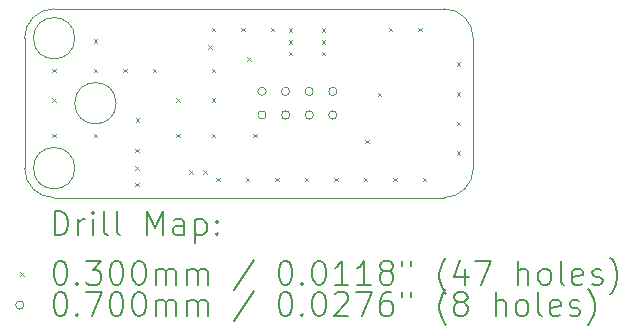
<source format=gbr>
%TF.GenerationSoftware,KiCad,Pcbnew,8.0.3*%
%TF.CreationDate,2024-07-01T09:22:26+07:00*%
%TF.ProjectId,WeatherStation,57656174-6865-4725-9374-6174696f6e2e,rev?*%
%TF.SameCoordinates,Original*%
%TF.FileFunction,Drillmap*%
%TF.FilePolarity,Positive*%
%FSLAX45Y45*%
G04 Gerber Fmt 4.5, Leading zero omitted, Abs format (unit mm)*
G04 Created by KiCad (PCBNEW 8.0.3) date 2024-07-01 09:22:26*
%MOMM*%
%LPD*%
G01*
G04 APERTURE LIST*
%ADD10C,0.100000*%
%ADD11C,0.010000*%
%ADD12C,0.200000*%
G04 APERTURE END LIST*
D10*
X19387500Y-12210000D02*
X22687480Y-12210000D01*
X22937490Y-11960000D02*
X22937490Y-10860000D01*
X22937480Y-11960000D02*
G75*
G02*
X22687480Y-12210000I-250000J0D01*
G01*
X19437500Y-10610000D02*
X19387500Y-10610000D01*
D11*
X19562500Y-11960000D02*
G75*
G02*
X19212500Y-11960000I-175000J0D01*
G01*
X19212500Y-11960000D02*
G75*
G02*
X19562500Y-11960000I175000J0D01*
G01*
D10*
X19137500Y-10860000D02*
G75*
G02*
X19387500Y-10610000I250000J0D01*
G01*
X22687490Y-10610000D02*
G75*
G02*
X22937490Y-10860000I0J-250000D01*
G01*
D11*
X19912500Y-11410000D02*
G75*
G02*
X19562500Y-11410000I-175000J0D01*
G01*
X19562500Y-11410000D02*
G75*
G02*
X19912500Y-11410000I175000J0D01*
G01*
D10*
X19387500Y-12210080D02*
G75*
G02*
X19137500Y-11960080I0J250000D01*
G01*
D11*
X19562500Y-10860000D02*
G75*
G02*
X19212500Y-10860000I-175000J0D01*
G01*
X19212500Y-10860000D02*
G75*
G02*
X19562500Y-10860000I175000J0D01*
G01*
D10*
X19137500Y-11960000D02*
X19137500Y-10860000D01*
X19437500Y-10610000D02*
X22637500Y-10610000D01*
X22687490Y-10610000D02*
X22637490Y-10610000D01*
D12*
D10*
X19372500Y-11120000D02*
X19402500Y-11150000D01*
X19402500Y-11120000D02*
X19372500Y-11150000D01*
X19372500Y-11370000D02*
X19402500Y-11400000D01*
X19402500Y-11370000D02*
X19372500Y-11400000D01*
X19372500Y-11670000D02*
X19402500Y-11700000D01*
X19402500Y-11670000D02*
X19372500Y-11700000D01*
X19722500Y-10870000D02*
X19752500Y-10900000D01*
X19752500Y-10870000D02*
X19722500Y-10900000D01*
X19722500Y-11120000D02*
X19752500Y-11150000D01*
X19752500Y-11120000D02*
X19722500Y-11150000D01*
X19722500Y-11670000D02*
X19752500Y-11700000D01*
X19752500Y-11670000D02*
X19722500Y-11700000D01*
X19972500Y-11120000D02*
X20002500Y-11150000D01*
X20002500Y-11120000D02*
X19972500Y-11150000D01*
X20072500Y-11795000D02*
X20102500Y-11825000D01*
X20102500Y-11795000D02*
X20072500Y-11825000D01*
X20072500Y-11945000D02*
X20102500Y-11975000D01*
X20102500Y-11945000D02*
X20072500Y-11975000D01*
X20072500Y-12085000D02*
X20102500Y-12115000D01*
X20102500Y-12085000D02*
X20072500Y-12115000D01*
X20080000Y-11535000D02*
X20110000Y-11565000D01*
X20110000Y-11535000D02*
X20080000Y-11565000D01*
X20222500Y-11120000D02*
X20252500Y-11150000D01*
X20252500Y-11120000D02*
X20222500Y-11150000D01*
X20422500Y-11370000D02*
X20452500Y-11400000D01*
X20452500Y-11370000D02*
X20422500Y-11400000D01*
X20422500Y-11670000D02*
X20452500Y-11700000D01*
X20452500Y-11670000D02*
X20422500Y-11700000D01*
X20530000Y-11977500D02*
X20560000Y-12007500D01*
X20560000Y-11977500D02*
X20530000Y-12007500D01*
X20650000Y-11977500D02*
X20680000Y-12007500D01*
X20680000Y-11977500D02*
X20650000Y-12007500D01*
X20695000Y-10920000D02*
X20725000Y-10950000D01*
X20725000Y-10920000D02*
X20695000Y-10950000D01*
X20722500Y-10770000D02*
X20752500Y-10800000D01*
X20752500Y-10770000D02*
X20722500Y-10800000D01*
X20722500Y-11120000D02*
X20752500Y-11150000D01*
X20752500Y-11120000D02*
X20722500Y-11150000D01*
X20722500Y-11370000D02*
X20752500Y-11400000D01*
X20752500Y-11370000D02*
X20722500Y-11400000D01*
X20722500Y-11670000D02*
X20752500Y-11700000D01*
X20752500Y-11670000D02*
X20722500Y-11700000D01*
X20760000Y-12042500D02*
X20790000Y-12072500D01*
X20790000Y-12042500D02*
X20760000Y-12072500D01*
X20972500Y-10770000D02*
X21002500Y-10800000D01*
X21002500Y-10770000D02*
X20972500Y-10800000D01*
X21010000Y-12042500D02*
X21040000Y-12072500D01*
X21040000Y-12042500D02*
X21010000Y-12072500D01*
X21022500Y-11020000D02*
X21052500Y-11050000D01*
X21052500Y-11020000D02*
X21022500Y-11050000D01*
X21072500Y-11670000D02*
X21102500Y-11700000D01*
X21102500Y-11670000D02*
X21072500Y-11700000D01*
X21222500Y-10770000D02*
X21252500Y-10800000D01*
X21252500Y-10770000D02*
X21222500Y-10800000D01*
X21260000Y-12042500D02*
X21290000Y-12072500D01*
X21290000Y-12042500D02*
X21260000Y-12072500D01*
X21372500Y-10775000D02*
X21402500Y-10805000D01*
X21402500Y-10775000D02*
X21372500Y-10805000D01*
X21372500Y-10875000D02*
X21402500Y-10905000D01*
X21402500Y-10875000D02*
X21372500Y-10905000D01*
X21372500Y-10975000D02*
X21402500Y-11005000D01*
X21402500Y-10975000D02*
X21372500Y-11005000D01*
X21510000Y-12042500D02*
X21540000Y-12072500D01*
X21540000Y-12042500D02*
X21510000Y-12072500D01*
X21652500Y-10775000D02*
X21682500Y-10805000D01*
X21682500Y-10775000D02*
X21652500Y-10805000D01*
X21652500Y-10875000D02*
X21682500Y-10905000D01*
X21682500Y-10875000D02*
X21652500Y-10905000D01*
X21652500Y-10975000D02*
X21682500Y-11005000D01*
X21682500Y-10975000D02*
X21652500Y-11005000D01*
X21760000Y-12042500D02*
X21790000Y-12072500D01*
X21790000Y-12042500D02*
X21760000Y-12072500D01*
X22010000Y-12042500D02*
X22040000Y-12072500D01*
X22040000Y-12042500D02*
X22010000Y-12072500D01*
X22022500Y-11720000D02*
X22052500Y-11750000D01*
X22052500Y-11720000D02*
X22022500Y-11750000D01*
X22127500Y-11320000D02*
X22157500Y-11350000D01*
X22157500Y-11320000D02*
X22127500Y-11350000D01*
X22222500Y-10770000D02*
X22252500Y-10800000D01*
X22252500Y-10770000D02*
X22222500Y-10800000D01*
X22260000Y-12042500D02*
X22290000Y-12072500D01*
X22290000Y-12042500D02*
X22260000Y-12072500D01*
X22472500Y-10770000D02*
X22502500Y-10800000D01*
X22502500Y-10770000D02*
X22472500Y-10800000D01*
X22510000Y-12042500D02*
X22540000Y-12072500D01*
X22540000Y-12042500D02*
X22510000Y-12072500D01*
X22797500Y-11065000D02*
X22827500Y-11095000D01*
X22827500Y-11065000D02*
X22797500Y-11095000D01*
X22797500Y-11315000D02*
X22827500Y-11345000D01*
X22827500Y-11315000D02*
X22797500Y-11345000D01*
X22797500Y-11565000D02*
X22827500Y-11595000D01*
X22827500Y-11565000D02*
X22797500Y-11595000D01*
X22797500Y-11815000D02*
X22827500Y-11845000D01*
X22827500Y-11815000D02*
X22797500Y-11845000D01*
X21182500Y-11310000D02*
G75*
G02*
X21112500Y-11310000I-35000J0D01*
G01*
X21112500Y-11310000D02*
G75*
G02*
X21182500Y-11310000I35000J0D01*
G01*
X21182500Y-11510000D02*
G75*
G02*
X21112500Y-11510000I-35000J0D01*
G01*
X21112500Y-11510000D02*
G75*
G02*
X21182500Y-11510000I35000J0D01*
G01*
X21382500Y-11310000D02*
G75*
G02*
X21312500Y-11310000I-35000J0D01*
G01*
X21312500Y-11310000D02*
G75*
G02*
X21382500Y-11310000I35000J0D01*
G01*
X21382500Y-11510000D02*
G75*
G02*
X21312500Y-11510000I-35000J0D01*
G01*
X21312500Y-11510000D02*
G75*
G02*
X21382500Y-11510000I35000J0D01*
G01*
X21582500Y-11310000D02*
G75*
G02*
X21512500Y-11310000I-35000J0D01*
G01*
X21512500Y-11310000D02*
G75*
G02*
X21582500Y-11310000I35000J0D01*
G01*
X21582500Y-11510000D02*
G75*
G02*
X21512500Y-11510000I-35000J0D01*
G01*
X21512500Y-11510000D02*
G75*
G02*
X21582500Y-11510000I35000J0D01*
G01*
X21782500Y-11310000D02*
G75*
G02*
X21712500Y-11310000I-35000J0D01*
G01*
X21712500Y-11310000D02*
G75*
G02*
X21782500Y-11310000I35000J0D01*
G01*
X21782500Y-11510000D02*
G75*
G02*
X21712500Y-11510000I-35000J0D01*
G01*
X21712500Y-11510000D02*
G75*
G02*
X21782500Y-11510000I35000J0D01*
G01*
D12*
X19393277Y-12526564D02*
X19393277Y-12326564D01*
X19393277Y-12326564D02*
X19440896Y-12326564D01*
X19440896Y-12326564D02*
X19469467Y-12336088D01*
X19469467Y-12336088D02*
X19488515Y-12355135D01*
X19488515Y-12355135D02*
X19498039Y-12374183D01*
X19498039Y-12374183D02*
X19507563Y-12412278D01*
X19507563Y-12412278D02*
X19507563Y-12440849D01*
X19507563Y-12440849D02*
X19498039Y-12478945D01*
X19498039Y-12478945D02*
X19488515Y-12497992D01*
X19488515Y-12497992D02*
X19469467Y-12517040D01*
X19469467Y-12517040D02*
X19440896Y-12526564D01*
X19440896Y-12526564D02*
X19393277Y-12526564D01*
X19593277Y-12526564D02*
X19593277Y-12393230D01*
X19593277Y-12431326D02*
X19602801Y-12412278D01*
X19602801Y-12412278D02*
X19612324Y-12402754D01*
X19612324Y-12402754D02*
X19631372Y-12393230D01*
X19631372Y-12393230D02*
X19650420Y-12393230D01*
X19717086Y-12526564D02*
X19717086Y-12393230D01*
X19717086Y-12326564D02*
X19707563Y-12336088D01*
X19707563Y-12336088D02*
X19717086Y-12345611D01*
X19717086Y-12345611D02*
X19726610Y-12336088D01*
X19726610Y-12336088D02*
X19717086Y-12326564D01*
X19717086Y-12326564D02*
X19717086Y-12345611D01*
X19840896Y-12526564D02*
X19821848Y-12517040D01*
X19821848Y-12517040D02*
X19812324Y-12497992D01*
X19812324Y-12497992D02*
X19812324Y-12326564D01*
X19945658Y-12526564D02*
X19926610Y-12517040D01*
X19926610Y-12517040D02*
X19917086Y-12497992D01*
X19917086Y-12497992D02*
X19917086Y-12326564D01*
X20174229Y-12526564D02*
X20174229Y-12326564D01*
X20174229Y-12326564D02*
X20240896Y-12469421D01*
X20240896Y-12469421D02*
X20307563Y-12326564D01*
X20307563Y-12326564D02*
X20307563Y-12526564D01*
X20488515Y-12526564D02*
X20488515Y-12421802D01*
X20488515Y-12421802D02*
X20478991Y-12402754D01*
X20478991Y-12402754D02*
X20459944Y-12393230D01*
X20459944Y-12393230D02*
X20421848Y-12393230D01*
X20421848Y-12393230D02*
X20402801Y-12402754D01*
X20488515Y-12517040D02*
X20469467Y-12526564D01*
X20469467Y-12526564D02*
X20421848Y-12526564D01*
X20421848Y-12526564D02*
X20402801Y-12517040D01*
X20402801Y-12517040D02*
X20393277Y-12497992D01*
X20393277Y-12497992D02*
X20393277Y-12478945D01*
X20393277Y-12478945D02*
X20402801Y-12459897D01*
X20402801Y-12459897D02*
X20421848Y-12450373D01*
X20421848Y-12450373D02*
X20469467Y-12450373D01*
X20469467Y-12450373D02*
X20488515Y-12440849D01*
X20583753Y-12393230D02*
X20583753Y-12593230D01*
X20583753Y-12402754D02*
X20602801Y-12393230D01*
X20602801Y-12393230D02*
X20640896Y-12393230D01*
X20640896Y-12393230D02*
X20659944Y-12402754D01*
X20659944Y-12402754D02*
X20669467Y-12412278D01*
X20669467Y-12412278D02*
X20678991Y-12431326D01*
X20678991Y-12431326D02*
X20678991Y-12488468D01*
X20678991Y-12488468D02*
X20669467Y-12507516D01*
X20669467Y-12507516D02*
X20659944Y-12517040D01*
X20659944Y-12517040D02*
X20640896Y-12526564D01*
X20640896Y-12526564D02*
X20602801Y-12526564D01*
X20602801Y-12526564D02*
X20583753Y-12517040D01*
X20764705Y-12507516D02*
X20774229Y-12517040D01*
X20774229Y-12517040D02*
X20764705Y-12526564D01*
X20764705Y-12526564D02*
X20755182Y-12517040D01*
X20755182Y-12517040D02*
X20764705Y-12507516D01*
X20764705Y-12507516D02*
X20764705Y-12526564D01*
X20764705Y-12402754D02*
X20774229Y-12412278D01*
X20774229Y-12412278D02*
X20764705Y-12421802D01*
X20764705Y-12421802D02*
X20755182Y-12412278D01*
X20755182Y-12412278D02*
X20764705Y-12402754D01*
X20764705Y-12402754D02*
X20764705Y-12421802D01*
D10*
X19102500Y-12840080D02*
X19132500Y-12870080D01*
X19132500Y-12840080D02*
X19102500Y-12870080D01*
D12*
X19431372Y-12746564D02*
X19450420Y-12746564D01*
X19450420Y-12746564D02*
X19469467Y-12756088D01*
X19469467Y-12756088D02*
X19478991Y-12765611D01*
X19478991Y-12765611D02*
X19488515Y-12784659D01*
X19488515Y-12784659D02*
X19498039Y-12822754D01*
X19498039Y-12822754D02*
X19498039Y-12870373D01*
X19498039Y-12870373D02*
X19488515Y-12908468D01*
X19488515Y-12908468D02*
X19478991Y-12927516D01*
X19478991Y-12927516D02*
X19469467Y-12937040D01*
X19469467Y-12937040D02*
X19450420Y-12946564D01*
X19450420Y-12946564D02*
X19431372Y-12946564D01*
X19431372Y-12946564D02*
X19412324Y-12937040D01*
X19412324Y-12937040D02*
X19402801Y-12927516D01*
X19402801Y-12927516D02*
X19393277Y-12908468D01*
X19393277Y-12908468D02*
X19383753Y-12870373D01*
X19383753Y-12870373D02*
X19383753Y-12822754D01*
X19383753Y-12822754D02*
X19393277Y-12784659D01*
X19393277Y-12784659D02*
X19402801Y-12765611D01*
X19402801Y-12765611D02*
X19412324Y-12756088D01*
X19412324Y-12756088D02*
X19431372Y-12746564D01*
X19583753Y-12927516D02*
X19593277Y-12937040D01*
X19593277Y-12937040D02*
X19583753Y-12946564D01*
X19583753Y-12946564D02*
X19574229Y-12937040D01*
X19574229Y-12937040D02*
X19583753Y-12927516D01*
X19583753Y-12927516D02*
X19583753Y-12946564D01*
X19659944Y-12746564D02*
X19783753Y-12746564D01*
X19783753Y-12746564D02*
X19717086Y-12822754D01*
X19717086Y-12822754D02*
X19745658Y-12822754D01*
X19745658Y-12822754D02*
X19764705Y-12832278D01*
X19764705Y-12832278D02*
X19774229Y-12841802D01*
X19774229Y-12841802D02*
X19783753Y-12860849D01*
X19783753Y-12860849D02*
X19783753Y-12908468D01*
X19783753Y-12908468D02*
X19774229Y-12927516D01*
X19774229Y-12927516D02*
X19764705Y-12937040D01*
X19764705Y-12937040D02*
X19745658Y-12946564D01*
X19745658Y-12946564D02*
X19688515Y-12946564D01*
X19688515Y-12946564D02*
X19669467Y-12937040D01*
X19669467Y-12937040D02*
X19659944Y-12927516D01*
X19907563Y-12746564D02*
X19926610Y-12746564D01*
X19926610Y-12746564D02*
X19945658Y-12756088D01*
X19945658Y-12756088D02*
X19955182Y-12765611D01*
X19955182Y-12765611D02*
X19964705Y-12784659D01*
X19964705Y-12784659D02*
X19974229Y-12822754D01*
X19974229Y-12822754D02*
X19974229Y-12870373D01*
X19974229Y-12870373D02*
X19964705Y-12908468D01*
X19964705Y-12908468D02*
X19955182Y-12927516D01*
X19955182Y-12927516D02*
X19945658Y-12937040D01*
X19945658Y-12937040D02*
X19926610Y-12946564D01*
X19926610Y-12946564D02*
X19907563Y-12946564D01*
X19907563Y-12946564D02*
X19888515Y-12937040D01*
X19888515Y-12937040D02*
X19878991Y-12927516D01*
X19878991Y-12927516D02*
X19869467Y-12908468D01*
X19869467Y-12908468D02*
X19859944Y-12870373D01*
X19859944Y-12870373D02*
X19859944Y-12822754D01*
X19859944Y-12822754D02*
X19869467Y-12784659D01*
X19869467Y-12784659D02*
X19878991Y-12765611D01*
X19878991Y-12765611D02*
X19888515Y-12756088D01*
X19888515Y-12756088D02*
X19907563Y-12746564D01*
X20098039Y-12746564D02*
X20117086Y-12746564D01*
X20117086Y-12746564D02*
X20136134Y-12756088D01*
X20136134Y-12756088D02*
X20145658Y-12765611D01*
X20145658Y-12765611D02*
X20155182Y-12784659D01*
X20155182Y-12784659D02*
X20164705Y-12822754D01*
X20164705Y-12822754D02*
X20164705Y-12870373D01*
X20164705Y-12870373D02*
X20155182Y-12908468D01*
X20155182Y-12908468D02*
X20145658Y-12927516D01*
X20145658Y-12927516D02*
X20136134Y-12937040D01*
X20136134Y-12937040D02*
X20117086Y-12946564D01*
X20117086Y-12946564D02*
X20098039Y-12946564D01*
X20098039Y-12946564D02*
X20078991Y-12937040D01*
X20078991Y-12937040D02*
X20069467Y-12927516D01*
X20069467Y-12927516D02*
X20059944Y-12908468D01*
X20059944Y-12908468D02*
X20050420Y-12870373D01*
X20050420Y-12870373D02*
X20050420Y-12822754D01*
X20050420Y-12822754D02*
X20059944Y-12784659D01*
X20059944Y-12784659D02*
X20069467Y-12765611D01*
X20069467Y-12765611D02*
X20078991Y-12756088D01*
X20078991Y-12756088D02*
X20098039Y-12746564D01*
X20250420Y-12946564D02*
X20250420Y-12813230D01*
X20250420Y-12832278D02*
X20259944Y-12822754D01*
X20259944Y-12822754D02*
X20278991Y-12813230D01*
X20278991Y-12813230D02*
X20307563Y-12813230D01*
X20307563Y-12813230D02*
X20326610Y-12822754D01*
X20326610Y-12822754D02*
X20336134Y-12841802D01*
X20336134Y-12841802D02*
X20336134Y-12946564D01*
X20336134Y-12841802D02*
X20345658Y-12822754D01*
X20345658Y-12822754D02*
X20364705Y-12813230D01*
X20364705Y-12813230D02*
X20393277Y-12813230D01*
X20393277Y-12813230D02*
X20412325Y-12822754D01*
X20412325Y-12822754D02*
X20421848Y-12841802D01*
X20421848Y-12841802D02*
X20421848Y-12946564D01*
X20517086Y-12946564D02*
X20517086Y-12813230D01*
X20517086Y-12832278D02*
X20526610Y-12822754D01*
X20526610Y-12822754D02*
X20545658Y-12813230D01*
X20545658Y-12813230D02*
X20574229Y-12813230D01*
X20574229Y-12813230D02*
X20593277Y-12822754D01*
X20593277Y-12822754D02*
X20602801Y-12841802D01*
X20602801Y-12841802D02*
X20602801Y-12946564D01*
X20602801Y-12841802D02*
X20612325Y-12822754D01*
X20612325Y-12822754D02*
X20631372Y-12813230D01*
X20631372Y-12813230D02*
X20659944Y-12813230D01*
X20659944Y-12813230D02*
X20678991Y-12822754D01*
X20678991Y-12822754D02*
X20688515Y-12841802D01*
X20688515Y-12841802D02*
X20688515Y-12946564D01*
X21078991Y-12737040D02*
X20907563Y-12994183D01*
X21336134Y-12746564D02*
X21355182Y-12746564D01*
X21355182Y-12746564D02*
X21374229Y-12756088D01*
X21374229Y-12756088D02*
X21383753Y-12765611D01*
X21383753Y-12765611D02*
X21393277Y-12784659D01*
X21393277Y-12784659D02*
X21402801Y-12822754D01*
X21402801Y-12822754D02*
X21402801Y-12870373D01*
X21402801Y-12870373D02*
X21393277Y-12908468D01*
X21393277Y-12908468D02*
X21383753Y-12927516D01*
X21383753Y-12927516D02*
X21374229Y-12937040D01*
X21374229Y-12937040D02*
X21355182Y-12946564D01*
X21355182Y-12946564D02*
X21336134Y-12946564D01*
X21336134Y-12946564D02*
X21317087Y-12937040D01*
X21317087Y-12937040D02*
X21307563Y-12927516D01*
X21307563Y-12927516D02*
X21298039Y-12908468D01*
X21298039Y-12908468D02*
X21288515Y-12870373D01*
X21288515Y-12870373D02*
X21288515Y-12822754D01*
X21288515Y-12822754D02*
X21298039Y-12784659D01*
X21298039Y-12784659D02*
X21307563Y-12765611D01*
X21307563Y-12765611D02*
X21317087Y-12756088D01*
X21317087Y-12756088D02*
X21336134Y-12746564D01*
X21488515Y-12927516D02*
X21498039Y-12937040D01*
X21498039Y-12937040D02*
X21488515Y-12946564D01*
X21488515Y-12946564D02*
X21478991Y-12937040D01*
X21478991Y-12937040D02*
X21488515Y-12927516D01*
X21488515Y-12927516D02*
X21488515Y-12946564D01*
X21621848Y-12746564D02*
X21640896Y-12746564D01*
X21640896Y-12746564D02*
X21659944Y-12756088D01*
X21659944Y-12756088D02*
X21669468Y-12765611D01*
X21669468Y-12765611D02*
X21678991Y-12784659D01*
X21678991Y-12784659D02*
X21688515Y-12822754D01*
X21688515Y-12822754D02*
X21688515Y-12870373D01*
X21688515Y-12870373D02*
X21678991Y-12908468D01*
X21678991Y-12908468D02*
X21669468Y-12927516D01*
X21669468Y-12927516D02*
X21659944Y-12937040D01*
X21659944Y-12937040D02*
X21640896Y-12946564D01*
X21640896Y-12946564D02*
X21621848Y-12946564D01*
X21621848Y-12946564D02*
X21602801Y-12937040D01*
X21602801Y-12937040D02*
X21593277Y-12927516D01*
X21593277Y-12927516D02*
X21583753Y-12908468D01*
X21583753Y-12908468D02*
X21574229Y-12870373D01*
X21574229Y-12870373D02*
X21574229Y-12822754D01*
X21574229Y-12822754D02*
X21583753Y-12784659D01*
X21583753Y-12784659D02*
X21593277Y-12765611D01*
X21593277Y-12765611D02*
X21602801Y-12756088D01*
X21602801Y-12756088D02*
X21621848Y-12746564D01*
X21878991Y-12946564D02*
X21764706Y-12946564D01*
X21821848Y-12946564D02*
X21821848Y-12746564D01*
X21821848Y-12746564D02*
X21802801Y-12775135D01*
X21802801Y-12775135D02*
X21783753Y-12794183D01*
X21783753Y-12794183D02*
X21764706Y-12803707D01*
X22069468Y-12946564D02*
X21955182Y-12946564D01*
X22012325Y-12946564D02*
X22012325Y-12746564D01*
X22012325Y-12746564D02*
X21993277Y-12775135D01*
X21993277Y-12775135D02*
X21974229Y-12794183D01*
X21974229Y-12794183D02*
X21955182Y-12803707D01*
X22183753Y-12832278D02*
X22164706Y-12822754D01*
X22164706Y-12822754D02*
X22155182Y-12813230D01*
X22155182Y-12813230D02*
X22145658Y-12794183D01*
X22145658Y-12794183D02*
X22145658Y-12784659D01*
X22145658Y-12784659D02*
X22155182Y-12765611D01*
X22155182Y-12765611D02*
X22164706Y-12756088D01*
X22164706Y-12756088D02*
X22183753Y-12746564D01*
X22183753Y-12746564D02*
X22221849Y-12746564D01*
X22221849Y-12746564D02*
X22240896Y-12756088D01*
X22240896Y-12756088D02*
X22250420Y-12765611D01*
X22250420Y-12765611D02*
X22259944Y-12784659D01*
X22259944Y-12784659D02*
X22259944Y-12794183D01*
X22259944Y-12794183D02*
X22250420Y-12813230D01*
X22250420Y-12813230D02*
X22240896Y-12822754D01*
X22240896Y-12822754D02*
X22221849Y-12832278D01*
X22221849Y-12832278D02*
X22183753Y-12832278D01*
X22183753Y-12832278D02*
X22164706Y-12841802D01*
X22164706Y-12841802D02*
X22155182Y-12851326D01*
X22155182Y-12851326D02*
X22145658Y-12870373D01*
X22145658Y-12870373D02*
X22145658Y-12908468D01*
X22145658Y-12908468D02*
X22155182Y-12927516D01*
X22155182Y-12927516D02*
X22164706Y-12937040D01*
X22164706Y-12937040D02*
X22183753Y-12946564D01*
X22183753Y-12946564D02*
X22221849Y-12946564D01*
X22221849Y-12946564D02*
X22240896Y-12937040D01*
X22240896Y-12937040D02*
X22250420Y-12927516D01*
X22250420Y-12927516D02*
X22259944Y-12908468D01*
X22259944Y-12908468D02*
X22259944Y-12870373D01*
X22259944Y-12870373D02*
X22250420Y-12851326D01*
X22250420Y-12851326D02*
X22240896Y-12841802D01*
X22240896Y-12841802D02*
X22221849Y-12832278D01*
X22336134Y-12746564D02*
X22336134Y-12784659D01*
X22412325Y-12746564D02*
X22412325Y-12784659D01*
X22707563Y-13022754D02*
X22698039Y-13013230D01*
X22698039Y-13013230D02*
X22678991Y-12984659D01*
X22678991Y-12984659D02*
X22669468Y-12965611D01*
X22669468Y-12965611D02*
X22659944Y-12937040D01*
X22659944Y-12937040D02*
X22650420Y-12889421D01*
X22650420Y-12889421D02*
X22650420Y-12851326D01*
X22650420Y-12851326D02*
X22659944Y-12803707D01*
X22659944Y-12803707D02*
X22669468Y-12775135D01*
X22669468Y-12775135D02*
X22678991Y-12756088D01*
X22678991Y-12756088D02*
X22698039Y-12727516D01*
X22698039Y-12727516D02*
X22707563Y-12717992D01*
X22869468Y-12813230D02*
X22869468Y-12946564D01*
X22821848Y-12737040D02*
X22774229Y-12879897D01*
X22774229Y-12879897D02*
X22898039Y-12879897D01*
X22955182Y-12746564D02*
X23088515Y-12746564D01*
X23088515Y-12746564D02*
X23002801Y-12946564D01*
X23317087Y-12946564D02*
X23317087Y-12746564D01*
X23402801Y-12946564D02*
X23402801Y-12841802D01*
X23402801Y-12841802D02*
X23393277Y-12822754D01*
X23393277Y-12822754D02*
X23374230Y-12813230D01*
X23374230Y-12813230D02*
X23345658Y-12813230D01*
X23345658Y-12813230D02*
X23326610Y-12822754D01*
X23326610Y-12822754D02*
X23317087Y-12832278D01*
X23526610Y-12946564D02*
X23507563Y-12937040D01*
X23507563Y-12937040D02*
X23498039Y-12927516D01*
X23498039Y-12927516D02*
X23488515Y-12908468D01*
X23488515Y-12908468D02*
X23488515Y-12851326D01*
X23488515Y-12851326D02*
X23498039Y-12832278D01*
X23498039Y-12832278D02*
X23507563Y-12822754D01*
X23507563Y-12822754D02*
X23526610Y-12813230D01*
X23526610Y-12813230D02*
X23555182Y-12813230D01*
X23555182Y-12813230D02*
X23574230Y-12822754D01*
X23574230Y-12822754D02*
X23583753Y-12832278D01*
X23583753Y-12832278D02*
X23593277Y-12851326D01*
X23593277Y-12851326D02*
X23593277Y-12908468D01*
X23593277Y-12908468D02*
X23583753Y-12927516D01*
X23583753Y-12927516D02*
X23574230Y-12937040D01*
X23574230Y-12937040D02*
X23555182Y-12946564D01*
X23555182Y-12946564D02*
X23526610Y-12946564D01*
X23707563Y-12946564D02*
X23688515Y-12937040D01*
X23688515Y-12937040D02*
X23678991Y-12917992D01*
X23678991Y-12917992D02*
X23678991Y-12746564D01*
X23859944Y-12937040D02*
X23840896Y-12946564D01*
X23840896Y-12946564D02*
X23802801Y-12946564D01*
X23802801Y-12946564D02*
X23783753Y-12937040D01*
X23783753Y-12937040D02*
X23774230Y-12917992D01*
X23774230Y-12917992D02*
X23774230Y-12841802D01*
X23774230Y-12841802D02*
X23783753Y-12822754D01*
X23783753Y-12822754D02*
X23802801Y-12813230D01*
X23802801Y-12813230D02*
X23840896Y-12813230D01*
X23840896Y-12813230D02*
X23859944Y-12822754D01*
X23859944Y-12822754D02*
X23869468Y-12841802D01*
X23869468Y-12841802D02*
X23869468Y-12860849D01*
X23869468Y-12860849D02*
X23774230Y-12879897D01*
X23945658Y-12937040D02*
X23964706Y-12946564D01*
X23964706Y-12946564D02*
X24002801Y-12946564D01*
X24002801Y-12946564D02*
X24021849Y-12937040D01*
X24021849Y-12937040D02*
X24031372Y-12917992D01*
X24031372Y-12917992D02*
X24031372Y-12908468D01*
X24031372Y-12908468D02*
X24021849Y-12889421D01*
X24021849Y-12889421D02*
X24002801Y-12879897D01*
X24002801Y-12879897D02*
X23974230Y-12879897D01*
X23974230Y-12879897D02*
X23955182Y-12870373D01*
X23955182Y-12870373D02*
X23945658Y-12851326D01*
X23945658Y-12851326D02*
X23945658Y-12841802D01*
X23945658Y-12841802D02*
X23955182Y-12822754D01*
X23955182Y-12822754D02*
X23974230Y-12813230D01*
X23974230Y-12813230D02*
X24002801Y-12813230D01*
X24002801Y-12813230D02*
X24021849Y-12822754D01*
X24098039Y-13022754D02*
X24107563Y-13013230D01*
X24107563Y-13013230D02*
X24126611Y-12984659D01*
X24126611Y-12984659D02*
X24136134Y-12965611D01*
X24136134Y-12965611D02*
X24145658Y-12937040D01*
X24145658Y-12937040D02*
X24155182Y-12889421D01*
X24155182Y-12889421D02*
X24155182Y-12851326D01*
X24155182Y-12851326D02*
X24145658Y-12803707D01*
X24145658Y-12803707D02*
X24136134Y-12775135D01*
X24136134Y-12775135D02*
X24126611Y-12756088D01*
X24126611Y-12756088D02*
X24107563Y-12727516D01*
X24107563Y-12727516D02*
X24098039Y-12717992D01*
D10*
X19132500Y-13119080D02*
G75*
G02*
X19062500Y-13119080I-35000J0D01*
G01*
X19062500Y-13119080D02*
G75*
G02*
X19132500Y-13119080I35000J0D01*
G01*
D12*
X19431372Y-13010564D02*
X19450420Y-13010564D01*
X19450420Y-13010564D02*
X19469467Y-13020088D01*
X19469467Y-13020088D02*
X19478991Y-13029611D01*
X19478991Y-13029611D02*
X19488515Y-13048659D01*
X19488515Y-13048659D02*
X19498039Y-13086754D01*
X19498039Y-13086754D02*
X19498039Y-13134373D01*
X19498039Y-13134373D02*
X19488515Y-13172468D01*
X19488515Y-13172468D02*
X19478991Y-13191516D01*
X19478991Y-13191516D02*
X19469467Y-13201040D01*
X19469467Y-13201040D02*
X19450420Y-13210564D01*
X19450420Y-13210564D02*
X19431372Y-13210564D01*
X19431372Y-13210564D02*
X19412324Y-13201040D01*
X19412324Y-13201040D02*
X19402801Y-13191516D01*
X19402801Y-13191516D02*
X19393277Y-13172468D01*
X19393277Y-13172468D02*
X19383753Y-13134373D01*
X19383753Y-13134373D02*
X19383753Y-13086754D01*
X19383753Y-13086754D02*
X19393277Y-13048659D01*
X19393277Y-13048659D02*
X19402801Y-13029611D01*
X19402801Y-13029611D02*
X19412324Y-13020088D01*
X19412324Y-13020088D02*
X19431372Y-13010564D01*
X19583753Y-13191516D02*
X19593277Y-13201040D01*
X19593277Y-13201040D02*
X19583753Y-13210564D01*
X19583753Y-13210564D02*
X19574229Y-13201040D01*
X19574229Y-13201040D02*
X19583753Y-13191516D01*
X19583753Y-13191516D02*
X19583753Y-13210564D01*
X19659944Y-13010564D02*
X19793277Y-13010564D01*
X19793277Y-13010564D02*
X19707563Y-13210564D01*
X19907563Y-13010564D02*
X19926610Y-13010564D01*
X19926610Y-13010564D02*
X19945658Y-13020088D01*
X19945658Y-13020088D02*
X19955182Y-13029611D01*
X19955182Y-13029611D02*
X19964705Y-13048659D01*
X19964705Y-13048659D02*
X19974229Y-13086754D01*
X19974229Y-13086754D02*
X19974229Y-13134373D01*
X19974229Y-13134373D02*
X19964705Y-13172468D01*
X19964705Y-13172468D02*
X19955182Y-13191516D01*
X19955182Y-13191516D02*
X19945658Y-13201040D01*
X19945658Y-13201040D02*
X19926610Y-13210564D01*
X19926610Y-13210564D02*
X19907563Y-13210564D01*
X19907563Y-13210564D02*
X19888515Y-13201040D01*
X19888515Y-13201040D02*
X19878991Y-13191516D01*
X19878991Y-13191516D02*
X19869467Y-13172468D01*
X19869467Y-13172468D02*
X19859944Y-13134373D01*
X19859944Y-13134373D02*
X19859944Y-13086754D01*
X19859944Y-13086754D02*
X19869467Y-13048659D01*
X19869467Y-13048659D02*
X19878991Y-13029611D01*
X19878991Y-13029611D02*
X19888515Y-13020088D01*
X19888515Y-13020088D02*
X19907563Y-13010564D01*
X20098039Y-13010564D02*
X20117086Y-13010564D01*
X20117086Y-13010564D02*
X20136134Y-13020088D01*
X20136134Y-13020088D02*
X20145658Y-13029611D01*
X20145658Y-13029611D02*
X20155182Y-13048659D01*
X20155182Y-13048659D02*
X20164705Y-13086754D01*
X20164705Y-13086754D02*
X20164705Y-13134373D01*
X20164705Y-13134373D02*
X20155182Y-13172468D01*
X20155182Y-13172468D02*
X20145658Y-13191516D01*
X20145658Y-13191516D02*
X20136134Y-13201040D01*
X20136134Y-13201040D02*
X20117086Y-13210564D01*
X20117086Y-13210564D02*
X20098039Y-13210564D01*
X20098039Y-13210564D02*
X20078991Y-13201040D01*
X20078991Y-13201040D02*
X20069467Y-13191516D01*
X20069467Y-13191516D02*
X20059944Y-13172468D01*
X20059944Y-13172468D02*
X20050420Y-13134373D01*
X20050420Y-13134373D02*
X20050420Y-13086754D01*
X20050420Y-13086754D02*
X20059944Y-13048659D01*
X20059944Y-13048659D02*
X20069467Y-13029611D01*
X20069467Y-13029611D02*
X20078991Y-13020088D01*
X20078991Y-13020088D02*
X20098039Y-13010564D01*
X20250420Y-13210564D02*
X20250420Y-13077230D01*
X20250420Y-13096278D02*
X20259944Y-13086754D01*
X20259944Y-13086754D02*
X20278991Y-13077230D01*
X20278991Y-13077230D02*
X20307563Y-13077230D01*
X20307563Y-13077230D02*
X20326610Y-13086754D01*
X20326610Y-13086754D02*
X20336134Y-13105802D01*
X20336134Y-13105802D02*
X20336134Y-13210564D01*
X20336134Y-13105802D02*
X20345658Y-13086754D01*
X20345658Y-13086754D02*
X20364705Y-13077230D01*
X20364705Y-13077230D02*
X20393277Y-13077230D01*
X20393277Y-13077230D02*
X20412325Y-13086754D01*
X20412325Y-13086754D02*
X20421848Y-13105802D01*
X20421848Y-13105802D02*
X20421848Y-13210564D01*
X20517086Y-13210564D02*
X20517086Y-13077230D01*
X20517086Y-13096278D02*
X20526610Y-13086754D01*
X20526610Y-13086754D02*
X20545658Y-13077230D01*
X20545658Y-13077230D02*
X20574229Y-13077230D01*
X20574229Y-13077230D02*
X20593277Y-13086754D01*
X20593277Y-13086754D02*
X20602801Y-13105802D01*
X20602801Y-13105802D02*
X20602801Y-13210564D01*
X20602801Y-13105802D02*
X20612325Y-13086754D01*
X20612325Y-13086754D02*
X20631372Y-13077230D01*
X20631372Y-13077230D02*
X20659944Y-13077230D01*
X20659944Y-13077230D02*
X20678991Y-13086754D01*
X20678991Y-13086754D02*
X20688515Y-13105802D01*
X20688515Y-13105802D02*
X20688515Y-13210564D01*
X21078991Y-13001040D02*
X20907563Y-13258183D01*
X21336134Y-13010564D02*
X21355182Y-13010564D01*
X21355182Y-13010564D02*
X21374229Y-13020088D01*
X21374229Y-13020088D02*
X21383753Y-13029611D01*
X21383753Y-13029611D02*
X21393277Y-13048659D01*
X21393277Y-13048659D02*
X21402801Y-13086754D01*
X21402801Y-13086754D02*
X21402801Y-13134373D01*
X21402801Y-13134373D02*
X21393277Y-13172468D01*
X21393277Y-13172468D02*
X21383753Y-13191516D01*
X21383753Y-13191516D02*
X21374229Y-13201040D01*
X21374229Y-13201040D02*
X21355182Y-13210564D01*
X21355182Y-13210564D02*
X21336134Y-13210564D01*
X21336134Y-13210564D02*
X21317087Y-13201040D01*
X21317087Y-13201040D02*
X21307563Y-13191516D01*
X21307563Y-13191516D02*
X21298039Y-13172468D01*
X21298039Y-13172468D02*
X21288515Y-13134373D01*
X21288515Y-13134373D02*
X21288515Y-13086754D01*
X21288515Y-13086754D02*
X21298039Y-13048659D01*
X21298039Y-13048659D02*
X21307563Y-13029611D01*
X21307563Y-13029611D02*
X21317087Y-13020088D01*
X21317087Y-13020088D02*
X21336134Y-13010564D01*
X21488515Y-13191516D02*
X21498039Y-13201040D01*
X21498039Y-13201040D02*
X21488515Y-13210564D01*
X21488515Y-13210564D02*
X21478991Y-13201040D01*
X21478991Y-13201040D02*
X21488515Y-13191516D01*
X21488515Y-13191516D02*
X21488515Y-13210564D01*
X21621848Y-13010564D02*
X21640896Y-13010564D01*
X21640896Y-13010564D02*
X21659944Y-13020088D01*
X21659944Y-13020088D02*
X21669468Y-13029611D01*
X21669468Y-13029611D02*
X21678991Y-13048659D01*
X21678991Y-13048659D02*
X21688515Y-13086754D01*
X21688515Y-13086754D02*
X21688515Y-13134373D01*
X21688515Y-13134373D02*
X21678991Y-13172468D01*
X21678991Y-13172468D02*
X21669468Y-13191516D01*
X21669468Y-13191516D02*
X21659944Y-13201040D01*
X21659944Y-13201040D02*
X21640896Y-13210564D01*
X21640896Y-13210564D02*
X21621848Y-13210564D01*
X21621848Y-13210564D02*
X21602801Y-13201040D01*
X21602801Y-13201040D02*
X21593277Y-13191516D01*
X21593277Y-13191516D02*
X21583753Y-13172468D01*
X21583753Y-13172468D02*
X21574229Y-13134373D01*
X21574229Y-13134373D02*
X21574229Y-13086754D01*
X21574229Y-13086754D02*
X21583753Y-13048659D01*
X21583753Y-13048659D02*
X21593277Y-13029611D01*
X21593277Y-13029611D02*
X21602801Y-13020088D01*
X21602801Y-13020088D02*
X21621848Y-13010564D01*
X21764706Y-13029611D02*
X21774229Y-13020088D01*
X21774229Y-13020088D02*
X21793277Y-13010564D01*
X21793277Y-13010564D02*
X21840896Y-13010564D01*
X21840896Y-13010564D02*
X21859944Y-13020088D01*
X21859944Y-13020088D02*
X21869468Y-13029611D01*
X21869468Y-13029611D02*
X21878991Y-13048659D01*
X21878991Y-13048659D02*
X21878991Y-13067707D01*
X21878991Y-13067707D02*
X21869468Y-13096278D01*
X21869468Y-13096278D02*
X21755182Y-13210564D01*
X21755182Y-13210564D02*
X21878991Y-13210564D01*
X21945658Y-13010564D02*
X22078991Y-13010564D01*
X22078991Y-13010564D02*
X21993277Y-13210564D01*
X22240896Y-13010564D02*
X22202801Y-13010564D01*
X22202801Y-13010564D02*
X22183753Y-13020088D01*
X22183753Y-13020088D02*
X22174229Y-13029611D01*
X22174229Y-13029611D02*
X22155182Y-13058183D01*
X22155182Y-13058183D02*
X22145658Y-13096278D01*
X22145658Y-13096278D02*
X22145658Y-13172468D01*
X22145658Y-13172468D02*
X22155182Y-13191516D01*
X22155182Y-13191516D02*
X22164706Y-13201040D01*
X22164706Y-13201040D02*
X22183753Y-13210564D01*
X22183753Y-13210564D02*
X22221849Y-13210564D01*
X22221849Y-13210564D02*
X22240896Y-13201040D01*
X22240896Y-13201040D02*
X22250420Y-13191516D01*
X22250420Y-13191516D02*
X22259944Y-13172468D01*
X22259944Y-13172468D02*
X22259944Y-13124849D01*
X22259944Y-13124849D02*
X22250420Y-13105802D01*
X22250420Y-13105802D02*
X22240896Y-13096278D01*
X22240896Y-13096278D02*
X22221849Y-13086754D01*
X22221849Y-13086754D02*
X22183753Y-13086754D01*
X22183753Y-13086754D02*
X22164706Y-13096278D01*
X22164706Y-13096278D02*
X22155182Y-13105802D01*
X22155182Y-13105802D02*
X22145658Y-13124849D01*
X22336134Y-13010564D02*
X22336134Y-13048659D01*
X22412325Y-13010564D02*
X22412325Y-13048659D01*
X22707563Y-13286754D02*
X22698039Y-13277230D01*
X22698039Y-13277230D02*
X22678991Y-13248659D01*
X22678991Y-13248659D02*
X22669468Y-13229611D01*
X22669468Y-13229611D02*
X22659944Y-13201040D01*
X22659944Y-13201040D02*
X22650420Y-13153421D01*
X22650420Y-13153421D02*
X22650420Y-13115326D01*
X22650420Y-13115326D02*
X22659944Y-13067707D01*
X22659944Y-13067707D02*
X22669468Y-13039135D01*
X22669468Y-13039135D02*
X22678991Y-13020088D01*
X22678991Y-13020088D02*
X22698039Y-12991516D01*
X22698039Y-12991516D02*
X22707563Y-12981992D01*
X22812325Y-13096278D02*
X22793277Y-13086754D01*
X22793277Y-13086754D02*
X22783753Y-13077230D01*
X22783753Y-13077230D02*
X22774229Y-13058183D01*
X22774229Y-13058183D02*
X22774229Y-13048659D01*
X22774229Y-13048659D02*
X22783753Y-13029611D01*
X22783753Y-13029611D02*
X22793277Y-13020088D01*
X22793277Y-13020088D02*
X22812325Y-13010564D01*
X22812325Y-13010564D02*
X22850420Y-13010564D01*
X22850420Y-13010564D02*
X22869468Y-13020088D01*
X22869468Y-13020088D02*
X22878991Y-13029611D01*
X22878991Y-13029611D02*
X22888515Y-13048659D01*
X22888515Y-13048659D02*
X22888515Y-13058183D01*
X22888515Y-13058183D02*
X22878991Y-13077230D01*
X22878991Y-13077230D02*
X22869468Y-13086754D01*
X22869468Y-13086754D02*
X22850420Y-13096278D01*
X22850420Y-13096278D02*
X22812325Y-13096278D01*
X22812325Y-13096278D02*
X22793277Y-13105802D01*
X22793277Y-13105802D02*
X22783753Y-13115326D01*
X22783753Y-13115326D02*
X22774229Y-13134373D01*
X22774229Y-13134373D02*
X22774229Y-13172468D01*
X22774229Y-13172468D02*
X22783753Y-13191516D01*
X22783753Y-13191516D02*
X22793277Y-13201040D01*
X22793277Y-13201040D02*
X22812325Y-13210564D01*
X22812325Y-13210564D02*
X22850420Y-13210564D01*
X22850420Y-13210564D02*
X22869468Y-13201040D01*
X22869468Y-13201040D02*
X22878991Y-13191516D01*
X22878991Y-13191516D02*
X22888515Y-13172468D01*
X22888515Y-13172468D02*
X22888515Y-13134373D01*
X22888515Y-13134373D02*
X22878991Y-13115326D01*
X22878991Y-13115326D02*
X22869468Y-13105802D01*
X22869468Y-13105802D02*
X22850420Y-13096278D01*
X23126610Y-13210564D02*
X23126610Y-13010564D01*
X23212325Y-13210564D02*
X23212325Y-13105802D01*
X23212325Y-13105802D02*
X23202801Y-13086754D01*
X23202801Y-13086754D02*
X23183753Y-13077230D01*
X23183753Y-13077230D02*
X23155182Y-13077230D01*
X23155182Y-13077230D02*
X23136134Y-13086754D01*
X23136134Y-13086754D02*
X23126610Y-13096278D01*
X23336134Y-13210564D02*
X23317087Y-13201040D01*
X23317087Y-13201040D02*
X23307563Y-13191516D01*
X23307563Y-13191516D02*
X23298039Y-13172468D01*
X23298039Y-13172468D02*
X23298039Y-13115326D01*
X23298039Y-13115326D02*
X23307563Y-13096278D01*
X23307563Y-13096278D02*
X23317087Y-13086754D01*
X23317087Y-13086754D02*
X23336134Y-13077230D01*
X23336134Y-13077230D02*
X23364706Y-13077230D01*
X23364706Y-13077230D02*
X23383753Y-13086754D01*
X23383753Y-13086754D02*
X23393277Y-13096278D01*
X23393277Y-13096278D02*
X23402801Y-13115326D01*
X23402801Y-13115326D02*
X23402801Y-13172468D01*
X23402801Y-13172468D02*
X23393277Y-13191516D01*
X23393277Y-13191516D02*
X23383753Y-13201040D01*
X23383753Y-13201040D02*
X23364706Y-13210564D01*
X23364706Y-13210564D02*
X23336134Y-13210564D01*
X23517087Y-13210564D02*
X23498039Y-13201040D01*
X23498039Y-13201040D02*
X23488515Y-13181992D01*
X23488515Y-13181992D02*
X23488515Y-13010564D01*
X23669468Y-13201040D02*
X23650420Y-13210564D01*
X23650420Y-13210564D02*
X23612325Y-13210564D01*
X23612325Y-13210564D02*
X23593277Y-13201040D01*
X23593277Y-13201040D02*
X23583753Y-13181992D01*
X23583753Y-13181992D02*
X23583753Y-13105802D01*
X23583753Y-13105802D02*
X23593277Y-13086754D01*
X23593277Y-13086754D02*
X23612325Y-13077230D01*
X23612325Y-13077230D02*
X23650420Y-13077230D01*
X23650420Y-13077230D02*
X23669468Y-13086754D01*
X23669468Y-13086754D02*
X23678991Y-13105802D01*
X23678991Y-13105802D02*
X23678991Y-13124849D01*
X23678991Y-13124849D02*
X23583753Y-13143897D01*
X23755182Y-13201040D02*
X23774230Y-13210564D01*
X23774230Y-13210564D02*
X23812325Y-13210564D01*
X23812325Y-13210564D02*
X23831372Y-13201040D01*
X23831372Y-13201040D02*
X23840896Y-13181992D01*
X23840896Y-13181992D02*
X23840896Y-13172468D01*
X23840896Y-13172468D02*
X23831372Y-13153421D01*
X23831372Y-13153421D02*
X23812325Y-13143897D01*
X23812325Y-13143897D02*
X23783753Y-13143897D01*
X23783753Y-13143897D02*
X23764706Y-13134373D01*
X23764706Y-13134373D02*
X23755182Y-13115326D01*
X23755182Y-13115326D02*
X23755182Y-13105802D01*
X23755182Y-13105802D02*
X23764706Y-13086754D01*
X23764706Y-13086754D02*
X23783753Y-13077230D01*
X23783753Y-13077230D02*
X23812325Y-13077230D01*
X23812325Y-13077230D02*
X23831372Y-13086754D01*
X23907563Y-13286754D02*
X23917087Y-13277230D01*
X23917087Y-13277230D02*
X23936134Y-13248659D01*
X23936134Y-13248659D02*
X23945658Y-13229611D01*
X23945658Y-13229611D02*
X23955182Y-13201040D01*
X23955182Y-13201040D02*
X23964706Y-13153421D01*
X23964706Y-13153421D02*
X23964706Y-13115326D01*
X23964706Y-13115326D02*
X23955182Y-13067707D01*
X23955182Y-13067707D02*
X23945658Y-13039135D01*
X23945658Y-13039135D02*
X23936134Y-13020088D01*
X23936134Y-13020088D02*
X23917087Y-12991516D01*
X23917087Y-12991516D02*
X23907563Y-12981992D01*
M02*

</source>
